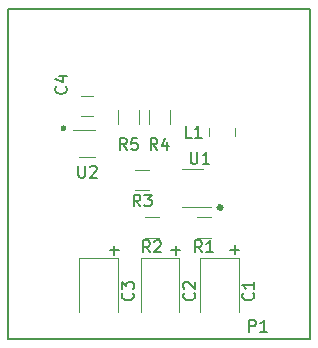
<source format=gbr>
G04 #@! TF.FileFunction,Legend,Top*
%FSLAX46Y46*%
G04 Gerber Fmt 4.6, Leading zero omitted, Abs format (unit mm)*
G04 Created by KiCad (PCBNEW 4.0.6) date 09/05/17 06:11:10*
%MOMM*%
%LPD*%
G01*
G04 APERTURE LIST*
%ADD10C,0.100000*%
%ADD11C,0.500000*%
%ADD12C,0.150000*%
%ADD13C,0.120000*%
G04 APERTURE END LIST*
D10*
D11*
X156691711Y-79565000D02*
G75*
G03X156691711Y-79565000I-70711J0D01*
G01*
X143369284Y-72835000D02*
G75*
G03X143369284Y-72835000I-28284J0D01*
G01*
D12*
X157470048Y-83116429D02*
X158231953Y-83116429D01*
X157851001Y-83497381D02*
X157851001Y-82735476D01*
X152510048Y-83176429D02*
X153271953Y-83176429D01*
X152891001Y-83557381D02*
X152891001Y-82795476D01*
X147280048Y-83176429D02*
X148041953Y-83176429D01*
X147661001Y-83557381D02*
X147661001Y-82795476D01*
X164241000Y-62735000D02*
X138711000Y-62735000D01*
X164241000Y-90675000D02*
X164241000Y-62735000D01*
X138711000Y-90675000D02*
X164241000Y-90675000D01*
X138711000Y-62735000D02*
X138711000Y-90675000D01*
D13*
X158211000Y-83835000D02*
X158211000Y-88385000D01*
X154911000Y-83835000D02*
X154911000Y-88385000D01*
X158211000Y-83835000D02*
X154911000Y-83835000D01*
X146051000Y-72995000D02*
X144151000Y-72995000D01*
X144651000Y-75315000D02*
X146051000Y-75315000D01*
X153191000Y-83845000D02*
X153191000Y-88395000D01*
X149891000Y-83845000D02*
X149891000Y-88395000D01*
X153191000Y-83845000D02*
X149891000Y-83845000D01*
X147971000Y-83845000D02*
X147971000Y-88395000D01*
X144671000Y-83845000D02*
X144671000Y-88395000D01*
X147971000Y-83845000D02*
X144671000Y-83845000D01*
X144841000Y-71775000D02*
X145841000Y-71775000D01*
X145841000Y-70075000D02*
X144841000Y-70075000D01*
X154661000Y-80365000D02*
X155861000Y-80365000D01*
X155861000Y-82125000D02*
X154661000Y-82125000D01*
X150241000Y-80365000D02*
X151441000Y-80365000D01*
X151441000Y-82125000D02*
X150241000Y-82125000D01*
X150641000Y-78105000D02*
X149441000Y-78105000D01*
X149441000Y-76345000D02*
X150641000Y-76345000D01*
X152351000Y-71305000D02*
X152351000Y-72505000D01*
X150591000Y-72505000D02*
X150591000Y-71305000D01*
X149771000Y-71295000D02*
X149771000Y-72495000D01*
X148011000Y-72495000D02*
X148011000Y-71295000D01*
X155731000Y-73525000D02*
X155731000Y-72825000D01*
X157931000Y-73525000D02*
X157931000Y-72825000D01*
X155191000Y-76325000D02*
X153391000Y-76325000D01*
X153391000Y-79545000D02*
X155841000Y-79545000D01*
D12*
X159418143Y-86811666D02*
X159465762Y-86859285D01*
X159513381Y-87002142D01*
X159513381Y-87097380D01*
X159465762Y-87240238D01*
X159370524Y-87335476D01*
X159275286Y-87383095D01*
X159084810Y-87430714D01*
X158941952Y-87430714D01*
X158751476Y-87383095D01*
X158656238Y-87335476D01*
X158561000Y-87240238D01*
X158513381Y-87097380D01*
X158513381Y-87002142D01*
X158561000Y-86859285D01*
X158608619Y-86811666D01*
X159513381Y-85859285D02*
X159513381Y-86430714D01*
X159513381Y-86145000D02*
X158513381Y-86145000D01*
X158656238Y-86240238D01*
X158751476Y-86335476D01*
X158799095Y-86430714D01*
X144629095Y-76017381D02*
X144629095Y-76826905D01*
X144676714Y-76922143D01*
X144724333Y-76969762D01*
X144819571Y-77017381D01*
X145010048Y-77017381D01*
X145105286Y-76969762D01*
X145152905Y-76922143D01*
X145200524Y-76826905D01*
X145200524Y-76017381D01*
X145629095Y-76112619D02*
X145676714Y-76065000D01*
X145771952Y-76017381D01*
X146010048Y-76017381D01*
X146105286Y-76065000D01*
X146152905Y-76112619D01*
X146200524Y-76207857D01*
X146200524Y-76303095D01*
X146152905Y-76445952D01*
X145581476Y-77017381D01*
X146200524Y-77017381D01*
X159082905Y-90087381D02*
X159082905Y-89087381D01*
X159463858Y-89087381D01*
X159559096Y-89135000D01*
X159606715Y-89182619D01*
X159654334Y-89277857D01*
X159654334Y-89420714D01*
X159606715Y-89515952D01*
X159559096Y-89563571D01*
X159463858Y-89611190D01*
X159082905Y-89611190D01*
X160606715Y-90087381D02*
X160035286Y-90087381D01*
X160321000Y-90087381D02*
X160321000Y-89087381D01*
X160225762Y-89230238D01*
X160130524Y-89325476D01*
X160035286Y-89373095D01*
X154418143Y-86811666D02*
X154465762Y-86859285D01*
X154513381Y-87002142D01*
X154513381Y-87097380D01*
X154465762Y-87240238D01*
X154370524Y-87335476D01*
X154275286Y-87383095D01*
X154084810Y-87430714D01*
X153941952Y-87430714D01*
X153751476Y-87383095D01*
X153656238Y-87335476D01*
X153561000Y-87240238D01*
X153513381Y-87097380D01*
X153513381Y-87002142D01*
X153561000Y-86859285D01*
X153608619Y-86811666D01*
X153608619Y-86430714D02*
X153561000Y-86383095D01*
X153513381Y-86287857D01*
X153513381Y-86049761D01*
X153561000Y-85954523D01*
X153608619Y-85906904D01*
X153703857Y-85859285D01*
X153799095Y-85859285D01*
X153941952Y-85906904D01*
X154513381Y-86478333D01*
X154513381Y-85859285D01*
X149218143Y-86811666D02*
X149265762Y-86859285D01*
X149313381Y-87002142D01*
X149313381Y-87097380D01*
X149265762Y-87240238D01*
X149170524Y-87335476D01*
X149075286Y-87383095D01*
X148884810Y-87430714D01*
X148741952Y-87430714D01*
X148551476Y-87383095D01*
X148456238Y-87335476D01*
X148361000Y-87240238D01*
X148313381Y-87097380D01*
X148313381Y-87002142D01*
X148361000Y-86859285D01*
X148408619Y-86811666D01*
X148313381Y-86478333D02*
X148313381Y-85859285D01*
X148694333Y-86192619D01*
X148694333Y-86049761D01*
X148741952Y-85954523D01*
X148789571Y-85906904D01*
X148884810Y-85859285D01*
X149122905Y-85859285D01*
X149218143Y-85906904D01*
X149265762Y-85954523D01*
X149313381Y-86049761D01*
X149313381Y-86335476D01*
X149265762Y-86430714D01*
X149218143Y-86478333D01*
X143568143Y-69311666D02*
X143615762Y-69359285D01*
X143663381Y-69502142D01*
X143663381Y-69597380D01*
X143615762Y-69740238D01*
X143520524Y-69835476D01*
X143425286Y-69883095D01*
X143234810Y-69930714D01*
X143091952Y-69930714D01*
X142901476Y-69883095D01*
X142806238Y-69835476D01*
X142711000Y-69740238D01*
X142663381Y-69597380D01*
X142663381Y-69502142D01*
X142711000Y-69359285D01*
X142758619Y-69311666D01*
X142996714Y-68454523D02*
X143663381Y-68454523D01*
X142615762Y-68692619D02*
X143330048Y-68930714D01*
X143330048Y-68311666D01*
X155094334Y-83347381D02*
X154761000Y-82871190D01*
X154522905Y-83347381D02*
X154522905Y-82347381D01*
X154903858Y-82347381D01*
X154999096Y-82395000D01*
X155046715Y-82442619D01*
X155094334Y-82537857D01*
X155094334Y-82680714D01*
X155046715Y-82775952D01*
X154999096Y-82823571D01*
X154903858Y-82871190D01*
X154522905Y-82871190D01*
X156046715Y-83347381D02*
X155475286Y-83347381D01*
X155761000Y-83347381D02*
X155761000Y-82347381D01*
X155665762Y-82490238D01*
X155570524Y-82585476D01*
X155475286Y-82633095D01*
X150674334Y-83347381D02*
X150341000Y-82871190D01*
X150102905Y-83347381D02*
X150102905Y-82347381D01*
X150483858Y-82347381D01*
X150579096Y-82395000D01*
X150626715Y-82442619D01*
X150674334Y-82537857D01*
X150674334Y-82680714D01*
X150626715Y-82775952D01*
X150579096Y-82823571D01*
X150483858Y-82871190D01*
X150102905Y-82871190D01*
X151055286Y-82442619D02*
X151102905Y-82395000D01*
X151198143Y-82347381D01*
X151436239Y-82347381D01*
X151531477Y-82395000D01*
X151579096Y-82442619D01*
X151626715Y-82537857D01*
X151626715Y-82633095D01*
X151579096Y-82775952D01*
X151007667Y-83347381D01*
X151626715Y-83347381D01*
X149874334Y-79457381D02*
X149541000Y-78981190D01*
X149302905Y-79457381D02*
X149302905Y-78457381D01*
X149683858Y-78457381D01*
X149779096Y-78505000D01*
X149826715Y-78552619D01*
X149874334Y-78647857D01*
X149874334Y-78790714D01*
X149826715Y-78885952D01*
X149779096Y-78933571D01*
X149683858Y-78981190D01*
X149302905Y-78981190D01*
X150207667Y-78457381D02*
X150826715Y-78457381D01*
X150493381Y-78838333D01*
X150636239Y-78838333D01*
X150731477Y-78885952D01*
X150779096Y-78933571D01*
X150826715Y-79028810D01*
X150826715Y-79266905D01*
X150779096Y-79362143D01*
X150731477Y-79409762D01*
X150636239Y-79457381D01*
X150350524Y-79457381D01*
X150255286Y-79409762D01*
X150207667Y-79362143D01*
X151314334Y-74687381D02*
X150981000Y-74211190D01*
X150742905Y-74687381D02*
X150742905Y-73687381D01*
X151123858Y-73687381D01*
X151219096Y-73735000D01*
X151266715Y-73782619D01*
X151314334Y-73877857D01*
X151314334Y-74020714D01*
X151266715Y-74115952D01*
X151219096Y-74163571D01*
X151123858Y-74211190D01*
X150742905Y-74211190D01*
X152171477Y-74020714D02*
X152171477Y-74687381D01*
X151933381Y-73639762D02*
X151695286Y-74354048D01*
X152314334Y-74354048D01*
X148724334Y-74687381D02*
X148391000Y-74211190D01*
X148152905Y-74687381D02*
X148152905Y-73687381D01*
X148533858Y-73687381D01*
X148629096Y-73735000D01*
X148676715Y-73782619D01*
X148724334Y-73877857D01*
X148724334Y-74020714D01*
X148676715Y-74115952D01*
X148629096Y-74163571D01*
X148533858Y-74211190D01*
X148152905Y-74211190D01*
X149629096Y-73687381D02*
X149152905Y-73687381D01*
X149105286Y-74163571D01*
X149152905Y-74115952D01*
X149248143Y-74068333D01*
X149486239Y-74068333D01*
X149581477Y-74115952D01*
X149629096Y-74163571D01*
X149676715Y-74258810D01*
X149676715Y-74496905D01*
X149629096Y-74592143D01*
X149581477Y-74639762D01*
X149486239Y-74687381D01*
X149248143Y-74687381D01*
X149152905Y-74639762D01*
X149105286Y-74592143D01*
X154214334Y-73637381D02*
X153738143Y-73637381D01*
X153738143Y-72637381D01*
X155071477Y-73637381D02*
X154500048Y-73637381D01*
X154785762Y-73637381D02*
X154785762Y-72637381D01*
X154690524Y-72780238D01*
X154595286Y-72875476D01*
X154500048Y-72923095D01*
X154139095Y-74867381D02*
X154139095Y-75676905D01*
X154186714Y-75772143D01*
X154234333Y-75819762D01*
X154329571Y-75867381D01*
X154520048Y-75867381D01*
X154615286Y-75819762D01*
X154662905Y-75772143D01*
X154710524Y-75676905D01*
X154710524Y-74867381D01*
X155710524Y-75867381D02*
X155139095Y-75867381D01*
X155424809Y-75867381D02*
X155424809Y-74867381D01*
X155329571Y-75010238D01*
X155234333Y-75105476D01*
X155139095Y-75153095D01*
M02*

</source>
